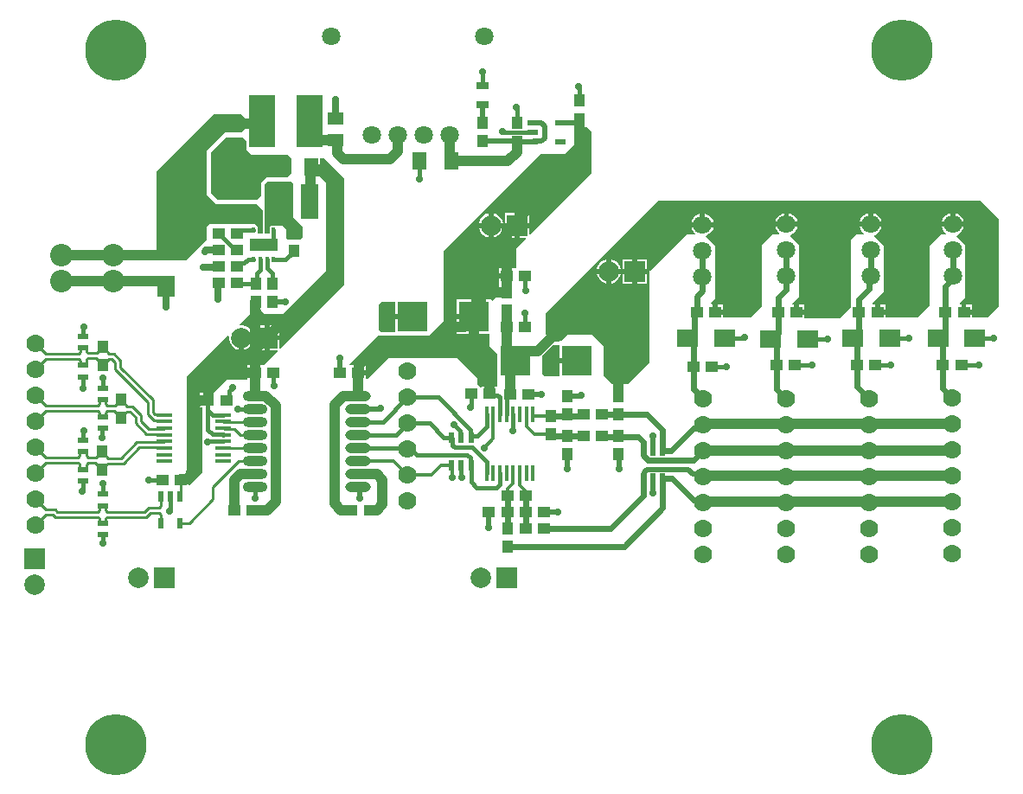
<source format=gtl>
G04*
G04 #@! TF.GenerationSoftware,Altium Limited,Altium Designer,23.0.1 (38)*
G04*
G04 Layer_Physical_Order=1*
G04 Layer_Color=255*
%FSLAX44Y44*%
%MOMM*%
G71*
G04*
G04 #@! TF.SameCoordinates,FF345AFA-0CE5-413A-8FAD-513570D1C1FC*
G04*
G04*
G04 #@! TF.FilePolarity,Positive*
G04*
G01*
G75*
%ADD10C,0.5000*%
%ADD12C,0.3000*%
%ADD13C,0.6000*%
%ADD67R,1.1500X1.1000*%
%ADD68O,2.5000X1.0000*%
%ADD69O,2.4000X1.0000*%
%ADD70R,1.1000X1.1500*%
%ADD71R,1.8000X3.4000*%
%ADD72R,1.0000X0.5800*%
%ADD73R,1.5000X0.4500*%
%ADD74R,0.6000X1.1000*%
%ADD75R,1.3500X1.8000*%
%ADD76R,2.7000X1.2500*%
%ADD77R,0.4000X0.5000*%
%ADD78R,1.8000X1.3500*%
%ADD79R,2.5000X5.1000*%
%ADD80R,2.1000X1.8000*%
%ADD81R,1.8000X2.1000*%
%ADD82R,0.6000X1.0000*%
%ADD83R,3.0000X3.0000*%
%ADD84R,0.4500X1.5000*%
%ADD85R,1.0500X0.6000*%
%ADD86R,1.5500X1.2000*%
%ADD87R,1.2000X0.8000*%
%ADD88C,0.2540*%
%ADD89C,0.4000*%
%ADD90C,1.0000*%
%ADD91C,0.7000*%
%ADD92C,1.8000*%
%ADD93C,0.3810*%
%ADD94R,2.0000X2.0000*%
%ADD95C,2.0000*%
%ADD96C,1.8000*%
%ADD97C,1.7780*%
%ADD98C,2.2000*%
%ADD99R,2.0000X2.0000*%
%ADD100C,6.0000*%
%ADD101C,0.7000*%
G36*
X258000Y645000D02*
X260000Y643000D01*
Y634000D01*
X265000Y629000D01*
X301000D01*
X304000Y626000D01*
Y611000D01*
X300000Y607000D01*
X280000D01*
X275000Y602000D01*
X275000Y589000D01*
X271000Y585000D01*
X232000D01*
X225250Y591750D01*
Y631250D01*
X240000Y646000D01*
X257000D01*
X258000Y645000D01*
D02*
G37*
G36*
X258250Y665750D02*
X258250Y654000D01*
X255250Y651000D01*
X239000D01*
X221000Y633000D01*
X221000Y590000D01*
X230500Y580500D01*
X270500D01*
X273000Y578000D01*
X276000Y575000D01*
Y552000D01*
X271000D01*
X271000Y559000D01*
X269000Y561000D01*
X224000D01*
X221000Y558000D01*
Y546000D01*
X201000Y526000D01*
X172500D01*
Y612750D01*
X228750Y669000D01*
X255000D01*
X258250Y665750D01*
D02*
G37*
G36*
X306000Y601000D02*
Y568000D01*
X315000Y559000D01*
Y548000D01*
X313000Y546000D01*
X301000D01*
X299000Y548000D01*
Y556000D01*
X295000Y560000D01*
X284000D01*
X283000Y559000D01*
Y552000D01*
X278000D01*
Y600000D01*
X281000Y603000D01*
X304000D01*
X306000Y601000D01*
D02*
G37*
G36*
X356000Y606000D02*
Y502000D01*
X293573Y439573D01*
X292400Y440059D01*
Y447500D01*
X282900D01*
Y438000D01*
X290341D01*
X290827Y436827D01*
X277649Y423649D01*
X276500Y423250D01*
Y423250D01*
X276500Y423250D01*
X271250D01*
Y415750D01*
X268750D01*
Y413250D01*
X261000D01*
Y409000D01*
X241000D01*
X228500Y396500D01*
X225000D01*
Y389000D01*
X222500D01*
Y386500D01*
X214750D01*
Y381500D01*
X217000D01*
Y318000D01*
X205000Y306000D01*
X203500D01*
Y308500D01*
X195750D01*
Y313500D01*
X203500D01*
Y318500D01*
X201159D01*
X200673Y319673D01*
X202000Y321000D01*
Y412000D01*
X241836Y451836D01*
X243000Y451204D01*
Y448420D01*
X243818Y445368D01*
X245398Y442632D01*
X247632Y440398D01*
X250368Y438818D01*
X252500Y438246D01*
Y450000D01*
X255000D01*
Y452500D01*
X266753D01*
X266182Y454632D01*
X264602Y457368D01*
X262368Y459602D01*
X259632Y461182D01*
X256580Y462000D01*
X253796D01*
X253164Y463164D01*
X264000Y474000D01*
Y477500D01*
X267000D01*
Y485250D01*
X272000D01*
Y477500D01*
X275000D01*
Y476000D01*
X278000Y473000D01*
X299000D01*
X338000Y512000D01*
Y602000D01*
X332500Y607500D01*
Y614750D01*
X323750D01*
Y619750D01*
X332500D01*
Y626000D01*
X336000D01*
X356000Y606000D01*
D02*
G37*
G36*
X588250Y656250D02*
X593250D01*
X593250Y656250D01*
Y656250D01*
X594293Y655707D01*
X598000Y652000D01*
Y611000D01*
X538173Y551173D01*
X537000Y551659D01*
Y557500D01*
X527500D01*
Y548000D01*
X533341D01*
X533827Y546827D01*
X524000Y537000D01*
Y518048D01*
X522750Y518000D01*
X522730Y518000D01*
X517500D01*
Y510500D01*
X515000D01*
Y508000D01*
X507250D01*
Y503416D01*
X507250Y503000D01*
X507500Y501834D01*
Y497000D01*
X515000D01*
Y492000D01*
X507500D01*
Y489000D01*
X504000D01*
X501173Y486173D01*
X500000Y486659D01*
Y487500D01*
X485500D01*
Y470500D01*
Y453500D01*
X498000D01*
Y442000D01*
X506000Y434000D01*
Y402500D01*
X500750D01*
Y395000D01*
X495750D01*
Y402500D01*
X490500D01*
Y402159D01*
X489327Y401673D01*
X486000Y405000D01*
Y411000D01*
X467000Y430000D01*
X399000D01*
X378520Y409520D01*
X377250Y410046D01*
Y413250D01*
X369500D01*
Y415750D01*
X367000D01*
Y423250D01*
X362046D01*
X361357Y424357D01*
X389000Y452000D01*
X439000Y452000D01*
X453000Y466000D01*
Y535000D01*
X548000Y630000D01*
X572000D01*
X581000Y639000D01*
Y656250D01*
X583250D01*
Y664000D01*
X588250D01*
Y656250D01*
D02*
G37*
G36*
X997000Y566000D02*
X997000Y481000D01*
X986000Y470000D01*
X970250Y470000D01*
Y472500D01*
X962500D01*
Y475000D01*
X960000D01*
Y482500D01*
X959159D01*
X958673Y483673D01*
X964000Y489000D01*
Y541000D01*
X955517Y549483D01*
X955846Y550709D01*
X955996Y550750D01*
X958504Y552198D01*
X960552Y554246D01*
X962000Y556754D01*
X962468Y558500D01*
X951750D01*
X941032D01*
X941500Y556754D01*
X942948Y554246D01*
X944924Y552270D01*
X944884Y551782D01*
X944675Y551000D01*
X940000Y551000D01*
X929000Y540000D01*
Y482000D01*
X917000Y470000D01*
X885750D01*
Y472500D01*
X878000D01*
Y475000D01*
X875500D01*
Y482500D01*
X873296D01*
X872770Y483770D01*
X884000Y495000D01*
Y540000D01*
X874623Y549377D01*
X874952Y550604D01*
X875496Y550750D01*
X878004Y552198D01*
X880052Y554246D01*
X881500Y556754D01*
X881968Y558500D01*
X871250D01*
X860532D01*
X861000Y556754D01*
X862448Y554246D01*
X864424Y552270D01*
X864385Y551782D01*
X864175Y551000D01*
X857000D01*
X852000Y546000D01*
Y480000D01*
X841000Y469000D01*
X806500D01*
Y472250D01*
X798750D01*
Y474750D01*
X796250D01*
Y482250D01*
X794909D01*
X794423Y483423D01*
X801000Y490000D01*
Y541000D01*
X792553Y549448D01*
X792881Y550674D01*
X793163Y550750D01*
X795671Y552198D01*
X797719Y554246D01*
X799167Y556754D01*
X799635Y558500D01*
X788917D01*
X778198D01*
X778666Y556754D01*
X780115Y554246D01*
X782090Y552270D01*
X782051Y551782D01*
X781842Y551000D01*
X775000D01*
X765000Y541000D01*
Y481000D01*
X754000Y470000D01*
X727000D01*
Y472750D01*
X719250D01*
Y475250D01*
X716750D01*
Y482750D01*
X715546D01*
X715020Y484020D01*
X719000Y488000D01*
X719000Y540000D01*
X709886Y549114D01*
X710215Y550340D01*
X710996Y550550D01*
X713504Y551998D01*
X715552Y554046D01*
X717000Y556554D01*
X717468Y558300D01*
X706750D01*
X696032D01*
X696500Y556554D01*
X697948Y554046D01*
X699724Y552270D01*
X699339Y551000D01*
X691000Y551000D01*
X656000Y516000D01*
X655000D01*
Y426000D01*
X634000Y405000D01*
X618000D01*
X610000Y413000D01*
Y442000D01*
X599000Y453000D01*
X574000D01*
X568000Y447000D01*
X560000D01*
X553000Y454000D01*
Y474000D01*
X663000Y584000D01*
X979000D01*
X997000Y566000D01*
D02*
G37*
G36*
X406000Y473000D02*
X423000D01*
Y468000D01*
X406000D01*
Y455500D01*
X392250D01*
X389750Y458000D01*
Y482250D01*
X393000Y485500D01*
X406000D01*
Y473000D01*
D02*
G37*
G36*
X566750Y430000D02*
X583750D01*
Y425000D01*
X566750D01*
Y412500D01*
X552250D01*
X550000Y414750D01*
Y432256D01*
X550117Y432346D01*
X560272Y442500D01*
X566750D01*
Y430000D01*
D02*
G37*
%LPC*%
G36*
X292400Y462000D02*
X282900D01*
Y452500D01*
X292400D01*
Y462000D01*
D02*
G37*
G36*
X277900D02*
X268400D01*
Y452500D01*
X277900D01*
Y462000D01*
D02*
G37*
G36*
X266754Y447500D02*
X257500D01*
Y438246D01*
X259632Y438818D01*
X262368Y440398D01*
X264602Y442632D01*
X266182Y445368D01*
X266754Y447500D01*
D02*
G37*
G36*
X277900D02*
X268400D01*
Y438000D01*
X277900D01*
Y447500D01*
D02*
G37*
G36*
X266250Y423250D02*
X261000D01*
Y418250D01*
X266250D01*
Y423250D01*
D02*
G37*
G36*
X220000Y396500D02*
X214750D01*
Y391500D01*
X220000D01*
Y396500D01*
D02*
G37*
G36*
X537000Y572000D02*
X527500D01*
Y562500D01*
X537000D01*
Y572000D01*
D02*
G37*
G36*
X502100Y571754D02*
Y562500D01*
X511353D01*
X510782Y564632D01*
X509202Y567368D01*
X506968Y569602D01*
X504232Y571182D01*
X502100Y571754D01*
D02*
G37*
G36*
X497100Y571753D02*
X494968Y571182D01*
X492232Y569602D01*
X489998Y567368D01*
X488418Y564632D01*
X487846Y562500D01*
X497100D01*
Y571753D01*
D02*
G37*
G36*
X522500Y572000D02*
X513000D01*
Y562500D01*
X522500D01*
Y572000D01*
D02*
G37*
G36*
X497100Y557500D02*
X487846D01*
X488418Y555368D01*
X489998Y552632D01*
X492232Y550398D01*
X494968Y548818D01*
X497100Y548247D01*
Y557500D01*
D02*
G37*
G36*
X511353D02*
X502100D01*
Y548246D01*
X504232Y548818D01*
X506968Y550398D01*
X509202Y552632D01*
X510782Y555368D01*
X511353Y557500D01*
D02*
G37*
G36*
X522500D02*
X513000D01*
Y548000D01*
X522500D01*
Y557500D01*
D02*
G37*
G36*
X512500Y518000D02*
X507250D01*
Y513000D01*
X512500D01*
Y518000D01*
D02*
G37*
G36*
X480500Y487500D02*
X466000D01*
Y473000D01*
X480500D01*
Y487500D01*
D02*
G37*
G36*
Y468000D02*
X466000D01*
Y453500D01*
X480500D01*
Y468000D01*
D02*
G37*
G36*
X377250Y423250D02*
X372000D01*
Y418250D01*
X377250D01*
Y423250D01*
D02*
G37*
G36*
X954250Y571718D02*
Y563500D01*
X962468D01*
X962000Y565246D01*
X960552Y567754D01*
X958504Y569802D01*
X955996Y571250D01*
X954250Y571718D01*
D02*
G37*
G36*
X791417D02*
Y563500D01*
X799635D01*
X799167Y565246D01*
X797719Y567754D01*
X795671Y569802D01*
X793163Y571250D01*
X791417Y571718D01*
D02*
G37*
G36*
X949250Y571718D02*
X947504Y571250D01*
X944996Y569802D01*
X942948Y567754D01*
X941500Y565246D01*
X941032Y563500D01*
X949250D01*
Y571718D01*
D02*
G37*
G36*
X786417D02*
X784671Y571250D01*
X782162Y569802D01*
X780115Y567754D01*
X778666Y565246D01*
X778198Y563500D01*
X786417D01*
Y571718D01*
D02*
G37*
G36*
X873750Y571718D02*
Y563500D01*
X881968D01*
X881500Y565246D01*
X880052Y567754D01*
X878004Y569802D01*
X875496Y571250D01*
X873750Y571718D01*
D02*
G37*
G36*
X868750Y571718D02*
X867004Y571250D01*
X864496Y569802D01*
X862448Y567754D01*
X861000Y565246D01*
X860532Y563500D01*
X868750D01*
Y571718D01*
D02*
G37*
G36*
X709250Y571518D02*
Y563300D01*
X717468D01*
X717000Y565046D01*
X715552Y567554D01*
X713504Y569602D01*
X710996Y571050D01*
X709250Y571518D01*
D02*
G37*
G36*
X704250Y571518D02*
X702504Y571050D01*
X699996Y569602D01*
X697948Y567554D01*
X696500Y565046D01*
X696032Y563300D01*
X704250D01*
Y571518D01*
D02*
G37*
G36*
X652400Y527000D02*
X642900D01*
Y517500D01*
X652400D01*
Y527000D01*
D02*
G37*
G36*
X617500Y526754D02*
Y517500D01*
X626753D01*
X626182Y519632D01*
X624602Y522368D01*
X622368Y524602D01*
X619632Y526182D01*
X617500Y526754D01*
D02*
G37*
G36*
X612500Y526754D02*
X610368Y526182D01*
X607632Y524602D01*
X605398Y522368D01*
X603818Y519632D01*
X603246Y517500D01*
X612500D01*
Y526754D01*
D02*
G37*
G36*
X637900Y527000D02*
X628400D01*
Y517500D01*
X637900D01*
Y527000D01*
D02*
G37*
G36*
X612500Y512500D02*
X603246D01*
X603818Y510368D01*
X605398Y507632D01*
X607632Y505398D01*
X610368Y503818D01*
X612500Y503247D01*
Y512500D01*
D02*
G37*
G36*
X626754D02*
X617500D01*
Y503246D01*
X619632Y503818D01*
X622368Y505398D01*
X624602Y507632D01*
X626182Y510368D01*
X626754Y512500D01*
D02*
G37*
G36*
X652400D02*
X642900D01*
Y503000D01*
X652400D01*
Y512500D01*
D02*
G37*
G36*
X637900D02*
X628400D01*
Y503000D01*
X637900D01*
Y512500D01*
D02*
G37*
G36*
X727000Y482750D02*
X721750D01*
Y477750D01*
X727000D01*
Y482750D01*
D02*
G37*
G36*
X970250Y482500D02*
X965000D01*
Y477500D01*
X970250D01*
Y482500D01*
D02*
G37*
G36*
X885750D02*
X880500D01*
Y477500D01*
X885750D01*
Y482500D01*
D02*
G37*
G36*
X806500Y482250D02*
X801250D01*
Y477250D01*
X806500D01*
Y482250D01*
D02*
G37*
%LPD*%
D10*
X298250Y485250D02*
X298500Y485500D01*
X285500Y485250D02*
X298250D01*
X549000Y394250D02*
X549250Y394500D01*
X536250Y394250D02*
X549000D01*
X574500Y393250D02*
X587500D01*
X587750Y393500D01*
X497250Y264250D02*
X497500Y264500D01*
Y279500D01*
X551750Y279500D02*
X565250D01*
X565250Y279500D01*
X574000Y321750D02*
X574250Y321500D01*
X574000Y321750D02*
Y335750D01*
X624750Y321500D02*
Y335250D01*
X624250Y335750D02*
X624750Y335250D01*
X658250Y339750D02*
Y353209D01*
X657750Y353709D02*
X658250Y353209D01*
X657750Y353709D02*
Y354250D01*
Y298291D02*
X658250Y298791D01*
Y312250D01*
X657750Y297750D02*
Y298291D01*
X351500Y415750D02*
Y429500D01*
X351750Y429750D01*
X390959Y381250D02*
X391500D01*
X369500Y380250D02*
X389959D01*
X390959Y381250D01*
X371185Y293065D02*
X371500Y292750D01*
X371185Y293065D02*
Y302365D01*
X369500Y304050D02*
X371185Y302365D01*
X491750Y678000D02*
X491750Y678000D01*
Y660750D02*
Y678000D01*
Y642750D02*
X525000D01*
X567250Y660750D02*
X582750D01*
X549071Y642250D02*
X552000Y645179D01*
X541250Y660250D02*
X549071D01*
X552000Y657321D01*
Y645179D02*
Y657321D01*
X541250Y642250D02*
X549071D01*
X540750Y660750D02*
X541250Y660250D01*
X540750Y641750D02*
X541250Y642250D01*
X526000Y641750D02*
X540750D01*
X525000Y642750D02*
X526000Y641750D01*
X704555Y316795D02*
X707000Y314350D01*
X697205Y316795D02*
X704555D01*
X652215Y321250D02*
X692750D01*
X649250Y312750D02*
Y318286D01*
X692750Y321250D02*
X697205Y316795D01*
X649250Y318286D02*
X652215Y321250D01*
X648750Y312250D02*
X649250Y312750D01*
D12*
X515750Y295500D02*
Y302500D01*
X520818Y307568D02*
Y316818D01*
X521250Y317250D01*
X515750Y302500D02*
X520818Y307568D01*
X533500Y295500D02*
Y300000D01*
X527750Y305750D02*
Y317250D01*
Y305750D02*
X533500Y300000D01*
X534250Y363250D02*
Y375250D01*
Y363250D02*
X542000Y355500D01*
X558250D01*
X540750Y374250D02*
X541500Y373500D01*
X558250D01*
X540750Y374250D02*
Y375250D01*
X461500Y313500D02*
Y324250D01*
X461000Y324750D02*
X461500Y324250D01*
X492750Y342000D02*
X501750Y351000D01*
Y375250D01*
X417750Y315400D02*
X441400D01*
X450750Y324750D02*
X461000D01*
X441400Y315400D02*
X450750Y324750D01*
X369500Y329450D02*
X403700D01*
X417750Y315400D01*
D13*
X951750Y510200D02*
Y535600D01*
X942000Y400305D02*
Y423000D01*
Y400305D02*
X951250Y391055D01*
Y390900D02*
Y391055D01*
X942000Y423000D02*
Y444500D01*
X937250Y449250D02*
X942000Y444500D01*
X937250Y449250D02*
X938500D01*
X944500Y455250D02*
Y475000D01*
X938500Y449250D02*
X944500Y455250D01*
Y475000D02*
Y500685D01*
X951750Y507935D02*
Y510200D01*
X944500Y500685D02*
X951750Y507935D01*
X858000Y402383D02*
X869833Y390550D01*
X858000Y402383D02*
Y423000D01*
X860000Y475000D02*
Y488000D01*
Y455250D02*
Y475000D01*
X858000Y423000D02*
Y445000D01*
X853750Y449250D02*
X858000Y445000D01*
X860000Y488000D02*
X869997Y497997D01*
X853750Y449250D02*
X854000D01*
X860000Y455250D01*
X869997Y508947D02*
X871250Y510200D01*
X869997Y497997D02*
Y508947D01*
X871250Y510200D02*
Y535600D01*
X779000Y399967D02*
Y423000D01*
Y399967D02*
X788417Y390550D01*
X779000Y423000D02*
Y443250D01*
X773500Y448750D02*
X779000Y443250D01*
X774750Y448750D02*
X780750Y454750D01*
X773500Y448750D02*
X774750D01*
X780750Y454750D02*
Y474750D01*
X781000Y475000D01*
Y489000D01*
X788830Y496830D01*
Y510114D02*
X788917Y510200D01*
X788830Y496830D02*
Y510114D01*
X788917Y510200D02*
Y535600D01*
X698000Y399955D02*
X707000Y390955D01*
X698000Y399955D02*
Y422000D01*
X707000Y390550D02*
Y390955D01*
X692250Y450000D02*
X698000Y444250D01*
Y422000D02*
Y444250D01*
X692761Y450000D02*
X698761Y456000D01*
X692250Y450000D02*
X692761D01*
X698761Y456000D02*
Y472761D01*
X701250Y475250D01*
X706750Y510000D02*
Y535400D01*
Y495750D02*
Y510000D01*
X701000Y475500D02*
X701250Y475250D01*
X701000Y475500D02*
Y490000D01*
X706750Y495750D01*
X667750Y339750D02*
Y359500D01*
X652000Y375250D02*
X667750Y359500D01*
X624500Y375250D02*
X652000D01*
X653386Y330250D02*
X697500D01*
X707000Y339750D01*
X648750D02*
Y348250D01*
Y334886D02*
Y339750D01*
X667750D02*
X676250D01*
X697675Y361175D01*
X703812Y365150D02*
X707000D01*
X699837Y361175D02*
X703812Y365150D01*
X697675Y361175D02*
X699837D01*
X648750Y334886D02*
X653386Y330250D01*
X677000Y312250D02*
X698046Y291204D01*
X667750Y312250D02*
X677000D01*
X698046Y291204D02*
X704746D01*
X707000Y288950D01*
X560000Y353750D02*
X590000D01*
X558250Y355500D02*
X560000Y353750D01*
X515750Y263500D02*
Y295250D01*
X515500Y295500D02*
X515750Y295250D01*
X533500Y263500D02*
Y295500D01*
X630000Y245500D02*
X667750Y283250D01*
X515750Y245500D02*
X630000D01*
X667750Y283250D02*
Y312250D01*
X551500Y263500D02*
X617000D01*
X648750Y295250D01*
Y312250D01*
X608485Y353265D02*
X643735D01*
X608000Y353750D02*
X608485Y353265D01*
X643735D02*
X648750Y348250D01*
X624500Y375250D02*
X624500Y375250D01*
X608500Y375250D02*
X608500Y375250D01*
X624500D01*
X558250Y373500D02*
X588750D01*
X590500Y375250D01*
D67*
X960000Y423000D02*
D03*
X942000D02*
D03*
X876000D02*
D03*
X858000D02*
D03*
X797000D02*
D03*
X779000D02*
D03*
X716000Y422000D02*
D03*
X698000D02*
D03*
X248500Y281250D02*
D03*
X266500D02*
D03*
X515000Y460500D02*
D03*
X533000D02*
D03*
X363000Y281000D02*
D03*
X381000D02*
D03*
X222500Y389000D02*
D03*
X240500D02*
D03*
X878000Y475000D02*
D03*
X860000D02*
D03*
X533750Y279500D02*
D03*
X551750D02*
D03*
X551500Y263500D02*
D03*
X533500D02*
D03*
X286750Y415750D02*
D03*
X268750D02*
D03*
X369500Y415750D02*
D03*
X351500D02*
D03*
X195750Y311000D02*
D03*
X177750D02*
D03*
X250750Y535750D02*
D03*
X232750D02*
D03*
Y552000D02*
D03*
X250750D02*
D03*
Y519500D02*
D03*
X232750D02*
D03*
Y503500D02*
D03*
X250750D02*
D03*
X962500Y475000D02*
D03*
X944500D02*
D03*
X798750Y474750D02*
D03*
X780750D02*
D03*
X719250Y475250D02*
D03*
X701250D02*
D03*
X515000Y510500D02*
D03*
X533000D02*
D03*
X518250Y394250D02*
D03*
X536250D02*
D03*
X497500Y279500D02*
D03*
X515500D02*
D03*
X515500Y295500D02*
D03*
X533500D02*
D03*
X498250Y395000D02*
D03*
X480250D02*
D03*
X608500Y375250D02*
D03*
X590500D02*
D03*
X608000Y353750D02*
D03*
X590000D02*
D03*
D68*
X369500Y329450D02*
D03*
Y342150D02*
D03*
Y304050D02*
D03*
Y316750D02*
D03*
Y380250D02*
D03*
Y392950D02*
D03*
Y354850D02*
D03*
Y367550D02*
D03*
D69*
X268500Y304050D02*
D03*
Y316750D02*
D03*
Y329450D02*
D03*
Y342150D02*
D03*
Y354850D02*
D03*
Y367550D02*
D03*
Y380250D02*
D03*
Y392950D02*
D03*
D70*
X269500Y485250D02*
D03*
Y503250D02*
D03*
X285500Y485250D02*
D03*
Y503250D02*
D03*
X306500Y535000D02*
D03*
Y553000D02*
D03*
X515000Y494500D02*
D03*
Y476500D02*
D03*
X624500Y375250D02*
D03*
Y393250D02*
D03*
X624250Y353750D02*
D03*
Y335750D02*
D03*
X120000Y441000D02*
D03*
Y423000D02*
D03*
X137500Y371500D02*
D03*
Y389500D02*
D03*
X515750Y245500D02*
D03*
Y263500D02*
D03*
X118750Y338750D02*
D03*
Y320750D02*
D03*
X574500Y393250D02*
D03*
Y375250D02*
D03*
X558250Y373500D02*
D03*
Y355500D02*
D03*
X574000Y353750D02*
D03*
Y335750D02*
D03*
X585750Y664000D02*
D03*
Y682000D02*
D03*
X491750Y660750D02*
D03*
Y642750D02*
D03*
X525000Y642000D02*
D03*
Y660000D02*
D03*
D71*
X321750Y583250D02*
D03*
X288750D02*
D03*
D72*
X100500Y349600D02*
D03*
Y338400D02*
D03*
X119250Y257400D02*
D03*
Y268600D02*
D03*
Y296850D02*
D03*
Y285650D02*
D03*
X100250Y309900D02*
D03*
Y321100D02*
D03*
X119250Y361150D02*
D03*
Y372350D02*
D03*
Y400850D02*
D03*
Y389650D02*
D03*
X100500Y411900D02*
D03*
Y423100D02*
D03*
Y451600D02*
D03*
Y440400D02*
D03*
D73*
X179750Y374500D02*
D03*
Y368000D02*
D03*
Y361500D02*
D03*
Y355000D02*
D03*
Y348500D02*
D03*
Y342000D02*
D03*
Y335500D02*
D03*
Y329000D02*
D03*
X237750Y374500D02*
D03*
Y368000D02*
D03*
Y361500D02*
D03*
Y355000D02*
D03*
Y348500D02*
D03*
Y342000D02*
D03*
Y335500D02*
D03*
Y329000D02*
D03*
D74*
X195000Y294250D02*
D03*
X185500D02*
D03*
X176000D02*
D03*
X195000Y268250D02*
D03*
X176000D02*
D03*
D75*
X292750Y617250D02*
D03*
X323750D02*
D03*
X429750Y623250D02*
D03*
X460750D02*
D03*
D76*
X277000Y541000D02*
D03*
D77*
X267250Y555000D02*
D03*
X273750D02*
D03*
X280250D02*
D03*
X286750D02*
D03*
X267250Y527000D02*
D03*
X273750D02*
D03*
X280250D02*
D03*
X286750D02*
D03*
D78*
X264500Y600750D02*
D03*
Y569750D02*
D03*
D79*
X275750Y662500D02*
D03*
X321750D02*
D03*
D80*
X973250Y449250D02*
D03*
X937250D02*
D03*
X889750Y449250D02*
D03*
X853750D02*
D03*
X809500Y448750D02*
D03*
X773500D02*
D03*
X728250Y450000D02*
D03*
X692250D02*
D03*
D81*
X181500Y536250D02*
D03*
Y500250D02*
D03*
D82*
X667750Y312250D02*
D03*
X658250Y312250D02*
D03*
X648750D02*
D03*
Y339750D02*
D03*
X658250D02*
D03*
X667750D02*
D03*
X461000Y352250D02*
D03*
X470500Y352250D02*
D03*
X480000D02*
D03*
Y324750D02*
D03*
X470500D02*
D03*
X461000D02*
D03*
D83*
X523750Y427500D02*
D03*
X583750D02*
D03*
X483000Y470500D02*
D03*
X423000D02*
D03*
D84*
X495250Y317250D02*
D03*
X501750D02*
D03*
X508250D02*
D03*
X514750D02*
D03*
X521250D02*
D03*
X527750D02*
D03*
X534250D02*
D03*
X540750D02*
D03*
X495250Y375250D02*
D03*
X501750D02*
D03*
X508250D02*
D03*
X514750D02*
D03*
X521250D02*
D03*
X527750D02*
D03*
X534250D02*
D03*
X540750D02*
D03*
D85*
X540750Y660750D02*
D03*
Y651250D02*
D03*
Y641750D02*
D03*
X567250D02*
D03*
Y660750D02*
D03*
D86*
X347000Y664500D02*
D03*
Y643500D02*
D03*
X250500Y638750D02*
D03*
Y659750D02*
D03*
D87*
X491750Y678000D02*
D03*
Y697000D02*
D03*
D88*
X102238Y338400D02*
X103868Y336770D01*
X111758Y327750D02*
X114278Y325230D01*
X103868Y322730D02*
Y326262D01*
X105356Y327750D02*
X111758D01*
X103868Y326262D02*
X105356Y327750D01*
X103868Y334278D02*
X105356Y332790D01*
X112798D01*
X114278Y334270D01*
X103868Y334278D02*
Y336770D01*
X114278Y334270D02*
X114520D01*
X118750Y338500D01*
Y338750D01*
X98400Y338400D02*
X102238D01*
X114278Y325230D02*
X114520D01*
X98814Y321100D02*
X102238D01*
X118750Y320750D02*
Y321000D01*
X102238Y321100D02*
X103868Y322730D01*
X114520Y325230D02*
X118750Y321000D01*
X114815Y279645D02*
X116303Y281133D01*
X63430Y276930D02*
X70605D01*
X116303Y281133D02*
Y284020D01*
X117933Y285650D01*
X72930Y274605D02*
X114815D01*
X70605Y276930D02*
X72930Y274605D01*
X116303Y270230D02*
Y273117D01*
X63430Y281970D02*
X72693D01*
X75018Y279645D02*
X114815D01*
X72693Y281970D02*
X75018Y279645D01*
X117933Y285650D02*
X119250D01*
X114815Y274605D02*
X116303Y273117D01*
X119250Y285650D02*
X120567D01*
X124230Y436008D02*
Y436770D01*
X125718Y429480D02*
X128270D01*
X131850Y418961D02*
X163460Y387351D01*
X131850Y418961D02*
Y425900D01*
X136890Y421049D02*
X168500Y389439D01*
X130358Y434520D02*
X136890Y427988D01*
X120000Y441000D02*
X124230Y436770D01*
X136890Y421049D02*
Y427988D01*
X125718Y434520D02*
X130358D01*
X128270Y429480D02*
X131850Y425900D01*
X124230Y427992D02*
X125718Y429480D01*
X124230Y427230D02*
Y427992D01*
X120000Y423000D02*
X124230Y427230D01*
Y436008D02*
X125718Y434520D01*
X113250Y429750D02*
X115520Y427480D01*
X102212Y440400D02*
X103842Y438770D01*
X115770Y427480D02*
X120000Y423250D01*
X115520Y427480D02*
X115770D01*
X113790Y434790D02*
X115520Y436520D01*
X103842Y436278D02*
Y438770D01*
X120000Y423000D02*
Y423250D01*
X103842Y436278D02*
X105330Y434790D01*
X99308Y440400D02*
X102212D01*
X105330Y434790D02*
X113790D01*
X115770Y436520D02*
X120000Y440750D01*
X99308Y423100D02*
X101692D01*
X103322Y424730D02*
Y428262D01*
X104810Y429750D02*
X113250D01*
X120000Y440750D02*
Y441000D01*
X115520Y436520D02*
X115770D01*
X103322Y428262D02*
X104810Y429750D01*
X204000Y268250D02*
X227500Y291750D01*
Y304000D02*
X252950Y329450D01*
X227500Y291750D02*
Y304000D01*
X252950Y329450D02*
X268500D01*
X195000Y268250D02*
X204000D01*
X195750Y295000D02*
Y311000D01*
X195000Y294250D02*
X195750Y295000D01*
X238200Y367550D02*
X268500D01*
X237750Y368000D02*
X238200Y367550D01*
X254150Y354850D02*
X268500D01*
X238730Y360520D02*
X248480D01*
X254150Y354850D01*
X237750Y361500D02*
X238730Y360520D01*
X237750Y342000D02*
X237900Y342150D01*
X268500D01*
X117933Y268600D02*
X119250D01*
X116303Y270230D02*
X117933Y268600D01*
X53250Y266750D02*
X63430Y276930D01*
X53250Y292150D02*
X63430Y281970D01*
X122197Y281133D02*
X123685Y279645D01*
X160122D01*
X120567Y285650D02*
X122197Y284020D01*
X164247Y283770D02*
X174512D01*
X160122Y279645D02*
X164247Y283770D01*
X174512D02*
X176000Y285258D01*
X166335Y278730D02*
X174512D01*
X162210Y274605D02*
X166335Y278730D01*
X123685Y274605D02*
X162210D01*
X176000Y268250D02*
Y277242D01*
X174512Y278730D02*
X176000Y277242D01*
X122197Y270230D02*
Y273117D01*
X123685Y274605D01*
X120567Y268600D02*
X122197Y270230D01*
X122197Y281133D02*
Y284020D01*
X119250Y268600D02*
X120567D01*
X176000Y285258D02*
Y294250D01*
X151780Y366342D02*
X162392Y355730D01*
X179020D01*
X151780Y366342D02*
Y372387D01*
X156820Y368430D02*
Y374475D01*
X164480Y360770D02*
X179020D01*
X156820Y368430D02*
X164480Y360770D01*
X148275Y383020D02*
X156820Y374475D01*
X146187Y377980D02*
X151780Y372387D01*
X179020Y360770D02*
X179750Y361500D01*
X169392Y368980D02*
X178770D01*
X163460Y374912D02*
X169392Y368980D01*
X178770D02*
X179750Y368000D01*
X168500Y377000D02*
X170718Y374782D01*
X179468D01*
X179750Y374500D01*
X168500Y377000D02*
Y389439D01*
X163460Y374912D02*
Y387351D01*
X153020Y347770D02*
X179020D01*
X124468Y332270D02*
X137520D01*
X153020Y347770D01*
X155108Y342730D02*
X179020D01*
X124468Y327230D02*
X139608D01*
X155108Y342730D01*
X97184Y322730D02*
X98814Y321100D01*
X95696Y327730D02*
X97184Y326242D01*
X63430Y327730D02*
X95696D01*
X97184Y322730D02*
Y326242D01*
X53250Y317550D02*
X63430Y327730D01*
X96770Y336770D02*
X98400Y338400D01*
X96770Y334310D02*
Y336770D01*
X95282Y332822D02*
X96770Y334310D01*
X83428Y332822D02*
X95282D01*
X83377Y332770D02*
X83428Y332822D01*
X53250Y342950D02*
X63430Y332770D01*
X83377D01*
X122980Y333758D02*
Y334520D01*
Y333758D02*
X124468Y332270D01*
X179020Y347770D02*
X179750Y348500D01*
X122980Y325742D02*
X124468Y327230D01*
X179020Y342730D02*
X179750Y342000D01*
X118750Y338750D02*
X122980Y334520D01*
Y324980D02*
Y325742D01*
X118750Y320750D02*
X122980Y324980D01*
X141730Y384508D02*
X143218Y383020D01*
X137500Y389500D02*
X141730Y385270D01*
Y384508D02*
Y385270D01*
X143218Y383020D02*
X148275D01*
X143218Y377980D02*
X146187D01*
X141730Y376492D02*
X143218Y377980D01*
X141730Y375730D02*
Y376492D01*
X137500Y371500D02*
X141730Y375730D01*
X137500Y371500D02*
Y371750D01*
X123560Y383520D02*
X131520D01*
X133020Y385020D02*
X133270D01*
X137500Y389250D02*
Y389500D01*
X131520Y383520D02*
X133020Y385020D01*
X133270D02*
X137500Y389250D01*
X122072Y385008D02*
Y388020D01*
X120442Y389650D02*
X122072Y388020D01*
Y385008D02*
X123560Y383520D01*
X119250Y389650D02*
X120442D01*
X116428Y388020D02*
X118058Y389650D01*
X119250D01*
X116428Y385008D02*
Y388020D01*
X114940Y383520D02*
X116428Y385008D01*
X75018Y383520D02*
X114940D01*
X63430Y383570D02*
X74968D01*
X53250Y393750D02*
X63430Y383570D01*
X74968D02*
X75018Y383520D01*
X133020Y375980D02*
X133270D01*
X130520Y378480D02*
X133020Y375980D01*
X123560Y378480D02*
X130520D01*
X122072Y376992D02*
X123560Y378480D01*
X122072Y373980D02*
Y376992D01*
X133270Y375980D02*
X137500Y371750D01*
X120442Y372350D02*
X122072Y373980D01*
X116428D02*
Y376992D01*
X114940Y378480D02*
X116428Y376992D01*
Y373980D02*
X118058Y372350D01*
X72880Y378530D02*
X72930Y378480D01*
X63430Y378530D02*
X72880D01*
X72930Y378480D02*
X114940D01*
X118058Y372350D02*
X119250D01*
X120442D01*
X53250Y368350D02*
X63430Y378530D01*
X179020Y355730D02*
X179750Y355000D01*
X97678Y438770D02*
X99308Y440400D01*
X97678Y435758D02*
Y438770D01*
X96190Y434270D02*
X97678Y435758D01*
X75018Y434270D02*
X96190D01*
X63430Y434370D02*
X74918D01*
X53250Y444550D02*
X63430Y434370D01*
X74918D02*
X75018Y434270D01*
X97678Y424730D02*
Y427742D01*
X96190Y429230D02*
X97678Y427742D01*
Y424730D02*
X99308Y423100D01*
X72830Y429330D02*
X72930Y429230D01*
X63430Y429330D02*
X72830D01*
X72930Y429230D02*
X96190D01*
X101692Y423100D02*
X103322Y424730D01*
X53250Y419150D02*
X63430Y429330D01*
D89*
X960000Y423000D02*
X977000D01*
X977000Y423000D01*
X891000Y423000D02*
X891000Y423000D01*
X876000Y423000D02*
X891000D01*
X797000D02*
X797000Y423000D01*
X814000D01*
X716000Y422000D02*
X730000D01*
X730000Y422000D01*
X270500Y504250D02*
Y513500D01*
X273750Y516750D02*
Y527000D01*
X270500Y513500D02*
X273750Y516750D01*
X100375Y451725D02*
Y459563D01*
X101000Y460188D01*
Y461000D01*
X100375Y451725D02*
X100500Y451600D01*
X120000Y410188D02*
Y411000D01*
X119375Y400975D02*
Y409563D01*
X120000Y410188D01*
X119250Y400850D02*
X119375Y400975D01*
X119125Y352125D02*
Y361025D01*
X119000Y352000D02*
X119125Y352125D01*
Y361025D02*
X119250Y361150D01*
X100278Y349822D02*
X100500Y349600D01*
X100278Y357466D02*
X101000Y358188D01*
X100278Y349822D02*
Y357466D01*
X101000Y358188D02*
Y359000D01*
X119625Y306625D02*
X120000Y307000D01*
X119625Y297225D02*
Y306625D01*
X119250Y296850D02*
X119625Y297225D01*
X100125Y301937D02*
Y309000D01*
X99000Y300812D02*
X100125Y301937D01*
X100250Y309125D02*
Y309900D01*
X100125Y309000D02*
X100250Y309125D01*
X99000Y300000D02*
Y300812D01*
X277000Y541000D02*
X282500D01*
X286750Y545250D02*
Y555000D01*
X282500Y541000D02*
X286750Y545250D01*
X277000Y541000D02*
X277101D01*
X533000Y496500D02*
X533250Y496250D01*
X533000Y496500D02*
Y510500D01*
X532750Y474000D02*
X533000Y473750D01*
Y460500D02*
Y473750D01*
X585000Y694938D02*
Y695750D01*
X585750Y682000D02*
Y694188D01*
X585000Y694938D02*
X585750Y694188D01*
X511500Y651250D02*
X540750D01*
X511000Y651750D02*
X511500Y651250D01*
X524000Y674438D02*
X525000Y673438D01*
Y660500D02*
Y673438D01*
X524000Y674438D02*
Y675250D01*
X491750Y697000D02*
Y710000D01*
X491250Y710500D02*
X491750Y710000D01*
X429750Y606250D02*
Y623250D01*
X429250Y605750D02*
X429750Y606250D01*
X991250Y449250D02*
X991500Y449500D01*
X973250Y449250D02*
X991250D01*
X889750Y449250D02*
X908500D01*
X829000Y448750D02*
X829250Y448500D01*
X809500Y448750D02*
X829000D01*
X747250Y450000D02*
X747500Y450250D01*
X728250Y450000D02*
X747250D01*
X470500Y314812D02*
X471250Y314062D01*
Y313250D02*
Y314062D01*
X470500Y314812D02*
Y324750D01*
X480250Y383812D02*
Y395000D01*
X479250Y382812D02*
X480250Y383812D01*
X479250Y382000D02*
Y382812D01*
X463250Y365250D02*
X469500Y359000D01*
Y353250D02*
X470500Y352250D01*
X469500Y353250D02*
Y359000D01*
X521000Y359250D02*
X521250Y359500D01*
Y375250D01*
X222500Y348000D02*
X223000Y348500D01*
X237750D01*
X286750Y403500D02*
Y415750D01*
Y403500D02*
X287250Y403000D01*
X251750Y380250D02*
X268500D01*
X251500Y380500D02*
X251750Y380250D01*
X246500Y400688D02*
Y401500D01*
X243578Y392079D02*
Y397767D01*
X246500Y400688D01*
X240500Y389000D02*
X243578Y392079D01*
X268728Y293272D02*
X268750Y293250D01*
X268500Y304050D02*
X268728Y303822D01*
Y293272D02*
Y303822D01*
X100000Y400750D02*
X100500Y401250D01*
Y411900D01*
X119250Y248750D02*
Y257400D01*
X185500Y280750D02*
Y294250D01*
X185250Y280500D02*
X185500Y280750D01*
X164500Y311000D02*
X177750D01*
X302750Y531250D02*
X303000D01*
X306500Y534750D02*
Y535000D01*
X286750Y527000D02*
X298500D01*
X302750Y531250D01*
X303000D02*
X306500Y534750D01*
X280250Y518000D02*
X285500Y512750D01*
Y503250D02*
Y512750D01*
X280250Y518000D02*
Y527000D01*
X251000Y503250D02*
X269500D01*
X250750Y503500D02*
X251000Y503250D01*
X269500D02*
X270500Y504250D01*
X254250Y523000D02*
X257500D01*
X250750Y519500D02*
X254250Y523000D01*
X261500Y527000D02*
X267250D01*
X257500Y523000D02*
X261500Y527000D01*
X253750Y555000D02*
X267250D01*
X250750Y552000D02*
X253750Y555000D01*
X236500Y548250D02*
Y548500D01*
Y548250D02*
X245500Y539250D01*
X247250D01*
X250750Y535750D01*
X232750Y552000D02*
X233000D01*
X236500Y548500D01*
X222500Y360000D02*
Y379000D01*
X227250Y355250D02*
X237500D01*
X222500Y360000D02*
X227250Y355250D01*
X237500D02*
X237750Y355000D01*
X222500Y379000D02*
X227000Y374500D01*
X222500Y379000D02*
Y389000D01*
X227000Y374500D02*
X237750D01*
X499250Y394000D02*
X505907D01*
X508250Y375250D02*
Y391657D01*
X505907Y394000D02*
X508250Y391657D01*
X498250Y395000D02*
X499250Y394000D01*
X514750Y390750D02*
X518250Y394250D01*
X514750Y375250D02*
Y390750D01*
D90*
X369750Y415750D02*
X370250Y416250D01*
Y423250D02*
X388000Y441000D01*
X370250Y416250D02*
Y423250D01*
X369500Y415750D02*
X369750D01*
X388000Y441000D02*
X442000D01*
X269000Y416000D02*
Y439000D01*
Y484750D01*
Y439000D02*
X343000Y513000D01*
Y604000D01*
X333750Y613250D02*
X343000Y604000D01*
X323750Y615000D02*
Y617250D01*
Y615000D02*
X325500Y613250D01*
X333750D01*
X177900Y505350D02*
X180750Y502500D01*
X545482Y436982D02*
X563875Y455375D01*
X533232Y436982D02*
X545482D01*
X523750Y427500D02*
X533232Y436982D01*
X515000Y436250D02*
X523750Y427500D01*
X624500Y393250D02*
Y412000D01*
X208000Y317358D02*
Y382642D01*
X195750Y311000D02*
X196250Y311500D01*
X202142D01*
X208000Y317358D01*
X213858Y388500D02*
X222000D01*
X208000Y382642D02*
X213858Y388500D01*
X222000D02*
X222500Y389000D01*
X322929Y584429D02*
Y616429D01*
X321750Y583250D02*
X322929Y584429D01*
Y616429D02*
X323750Y617250D01*
X459550Y624450D02*
Y648250D01*
Y624450D02*
X460750Y623250D01*
X515000Y494500D02*
Y555000D01*
X585750Y625750D01*
X442000Y441000D02*
X461643Y460643D01*
X473143D01*
X483000Y470500D01*
Y466358D02*
Y470500D01*
Y432500D02*
Y466358D01*
X269000Y484750D02*
X269500Y485250D01*
X268750Y392950D02*
Y415750D01*
X269000Y416000D01*
X240250Y415750D02*
X268750D01*
X223250Y398750D02*
X240250Y415750D01*
X223250Y389500D02*
Y398750D01*
X222500Y389000D02*
X222750D01*
X223250Y389500D01*
X268750Y392950D02*
X279063D01*
X268500D02*
X268750D01*
X362500Y281500D02*
X363000Y281000D01*
X352750Y281500D02*
X362500D01*
X346250Y288000D02*
Y384500D01*
Y288000D02*
X352750Y281500D01*
X346250Y384500D02*
X354700Y392950D01*
X369500D01*
X280250Y281250D02*
X288750Y289750D01*
X266500Y281250D02*
X280250D01*
X288750Y289750D02*
Y383264D01*
X279063Y392950D02*
X288750Y383264D01*
X381000Y281000D02*
X381500Y281500D01*
X393500Y287358D02*
Y310892D01*
X381500Y281500D02*
X387642D01*
X393500Y287358D01*
X369500Y316750D02*
X387642D01*
X393500Y310892D01*
X248500D02*
X254358Y316750D01*
X268500D01*
X248500Y281250D02*
Y310892D01*
X369500Y392950D02*
Y415750D01*
X369500Y415750D02*
X369500Y415750D01*
X518250Y422000D02*
X523750Y427500D01*
X518250Y394250D02*
Y422000D01*
X515000Y436250D02*
Y460500D01*
X495000Y494500D02*
X515000D01*
X515000Y460500D02*
X515000Y460500D01*
Y476500D01*
X483000Y432500D02*
X498250Y417250D01*
Y395000D02*
Y417250D01*
X483000Y470500D02*
X489500Y477000D01*
Y489000D01*
X495000Y494500D01*
X585750Y625750D02*
Y664000D01*
X516000Y623000D02*
X525000Y632000D01*
Y642750D01*
X462500Y623000D02*
X516000D01*
X462340Y623160D02*
X462500Y623000D01*
X349321Y630858D02*
X355179Y625000D01*
X349321Y630858D02*
Y642500D01*
X355179Y625000D02*
X401000D01*
X348321Y643500D02*
X349321Y642500D01*
X329250Y643500D02*
X348321D01*
X401000Y625000D02*
X408750Y632750D01*
Y648250D01*
X250500Y659750D02*
X273000D01*
X275750Y662500D01*
X321750Y651000D02*
Y662500D01*
Y651000D02*
X329250Y643500D01*
X79250Y530750D02*
X177500D01*
X180750Y534000D01*
Y534500D01*
X130050Y505350D02*
X177900D01*
X79250D02*
X130050D01*
X869833Y314700D02*
X951250D01*
X788417D02*
X869833D01*
X707350D02*
X788417D01*
X707350Y365500D02*
X951250D01*
X707000Y365150D02*
X707350Y365500D01*
X788417Y339750D02*
X950900D01*
X707000D02*
X788417D01*
X950900D02*
X951250Y340100D01*
X707000Y314350D02*
X707350Y314700D01*
Y289300D02*
X951250D01*
X707000Y288950D02*
X707350Y289300D01*
D91*
X347000Y664500D02*
Y683000D01*
X347000Y683000D02*
X347000Y683000D01*
X232700Y535700D02*
X232750Y535750D01*
X220700Y535700D02*
X232700D01*
X219250Y534250D02*
X220700Y535700D01*
X218250Y519000D02*
X232250D01*
X232750Y519500D01*
X232500Y488000D02*
Y503250D01*
X232750Y503500D01*
X181500Y480000D02*
Y500250D01*
D92*
X563875Y455375D02*
X570875Y462375D01*
X601625D01*
X624500Y439500D01*
Y412000D02*
Y439500D01*
D93*
X476500Y335250D02*
X479269Y332481D01*
Y325481D02*
X480000Y324750D01*
X479269Y325481D02*
Y332481D01*
X426967Y335250D02*
X476500D01*
X421417Y340800D02*
X426967Y335250D01*
X417750Y340800D02*
X421417D01*
X461000Y352250D02*
X462095Y351155D01*
X464327Y342750D02*
X481250D01*
X462095Y344982D02*
X464327Y342750D01*
X481250D02*
X495250Y328750D01*
X462095Y344982D02*
Y351155D01*
X495250Y317250D02*
Y328750D01*
X508250Y306250D02*
Y317250D01*
X505000Y303000D02*
X508250Y306250D01*
X485750Y303000D02*
X505000D01*
X480000Y308750D02*
Y324750D01*
Y308750D02*
X485750Y303000D01*
X453500Y352250D02*
X461000D01*
X439550Y366200D02*
X453500Y352250D01*
X417750Y366200D02*
X439550D01*
X495250Y363000D02*
Y375250D01*
X486481Y354231D02*
X495250Y363000D01*
X481095Y354231D02*
X486481D01*
X480000Y352250D02*
Y353136D01*
X481095Y354231D01*
X417750Y391600D02*
X433164D01*
X448150Y391600D02*
X479519Y360231D01*
X433164Y391600D02*
X433164Y391600D01*
X448150D01*
X479519Y352731D02*
Y360231D01*
X416400Y342150D02*
X417750Y340800D01*
X369500Y342150D02*
X416400D01*
X369500Y354850D02*
X406400D01*
X417750Y366200D01*
X369500Y367550D02*
X393700D01*
X417750Y391600D01*
D94*
X640400Y515000D02*
D03*
X525000Y560000D02*
D03*
X280400Y450000D02*
D03*
X515400Y215000D02*
D03*
X180000D02*
D03*
D95*
X615000Y515000D02*
D03*
X499600Y560000D02*
D03*
X255000Y450000D02*
D03*
X490000Y215000D02*
D03*
X154600D02*
D03*
X52750Y208000D02*
D03*
D96*
X706750Y560800D02*
D03*
Y535400D02*
D03*
Y510000D02*
D03*
X383350Y648250D02*
D03*
X408750D02*
D03*
X434150D02*
D03*
X459550D02*
D03*
X871250Y510200D02*
D03*
Y535600D02*
D03*
Y561000D02*
D03*
X951750Y510200D02*
D03*
Y535600D02*
D03*
Y561000D02*
D03*
X788917Y510200D02*
D03*
Y535600D02*
D03*
Y561000D02*
D03*
X493000Y745000D02*
D03*
X343000D02*
D03*
D97*
X951250Y238500D02*
D03*
Y365500D02*
D03*
Y390900D02*
D03*
Y340100D02*
D03*
Y314700D02*
D03*
Y289300D02*
D03*
Y263900D02*
D03*
X53250Y317550D02*
D03*
Y342950D02*
D03*
Y368350D02*
D03*
Y393750D02*
D03*
Y444550D02*
D03*
Y419150D02*
D03*
Y292150D02*
D03*
Y266750D02*
D03*
X869833Y238150D02*
D03*
Y365150D02*
D03*
Y390550D02*
D03*
Y339750D02*
D03*
Y314350D02*
D03*
Y288950D02*
D03*
Y263550D02*
D03*
X788417Y238150D02*
D03*
Y365150D02*
D03*
Y390550D02*
D03*
Y339750D02*
D03*
Y314350D02*
D03*
Y288950D02*
D03*
Y263550D02*
D03*
X707000Y238150D02*
D03*
Y365150D02*
D03*
Y390550D02*
D03*
Y339750D02*
D03*
Y314350D02*
D03*
Y288950D02*
D03*
Y263550D02*
D03*
X417750Y391600D02*
D03*
Y417000D02*
D03*
Y366200D02*
D03*
Y340800D02*
D03*
Y315400D02*
D03*
Y290000D02*
D03*
D98*
X79250Y505350D02*
D03*
X130050D02*
D03*
X79250Y530750D02*
D03*
X130050D02*
D03*
D99*
X52750Y233400D02*
D03*
D100*
X131950Y51900D02*
D03*
X901850D02*
D03*
Y731900D02*
D03*
X131950D02*
D03*
D101*
X977000Y423000D02*
D03*
X891000D02*
D03*
X814000D02*
D03*
X730000Y422000D02*
D03*
X101000Y461000D02*
D03*
X120000Y411000D02*
D03*
X119000Y352000D02*
D03*
X101000Y359000D02*
D03*
X120000Y307000D02*
D03*
X99000Y300000D02*
D03*
X246000Y572000D02*
D03*
X347000Y683000D02*
D03*
X239750Y632500D02*
D03*
Y588750D02*
D03*
X248500D02*
D03*
X239750Y597500D02*
D03*
X231000D02*
D03*
X248500D02*
D03*
X239750Y606250D02*
D03*
X231000D02*
D03*
X248500D02*
D03*
X274750Y623750D02*
D03*
Y615000D02*
D03*
X266000Y623750D02*
D03*
Y615000D02*
D03*
X257250Y623750D02*
D03*
Y615000D02*
D03*
X248500Y623750D02*
D03*
Y615000D02*
D03*
X231000D02*
D03*
X239750D02*
D03*
Y623750D02*
D03*
X231000D02*
D03*
X298500Y485500D02*
D03*
X267500Y541000D02*
D03*
X286750D02*
D03*
X277000D02*
D03*
X219250Y534250D02*
D03*
X218250Y519000D02*
D03*
X232500Y488000D02*
D03*
X181500Y480000D02*
D03*
X533250Y496250D02*
D03*
X532750Y474000D02*
D03*
X585000Y695750D02*
D03*
X511000Y651750D02*
D03*
X524000Y675250D02*
D03*
X491250Y710500D02*
D03*
X429250Y605750D02*
D03*
X991500Y449500D02*
D03*
X908500Y449250D02*
D03*
X829250Y448500D02*
D03*
X747500Y450250D02*
D03*
X471250Y313250D02*
D03*
X479250Y382000D02*
D03*
X463250Y365250D02*
D03*
X521000Y359250D02*
D03*
X549250Y394500D02*
D03*
X554250Y429750D02*
D03*
X563000D02*
D03*
Y421000D02*
D03*
X554250D02*
D03*
X587750Y393500D02*
D03*
X497250Y264250D02*
D03*
X565250Y279500D02*
D03*
X574250Y321500D02*
D03*
X624750D02*
D03*
X657750Y354250D02*
D03*
Y297750D02*
D03*
X393250Y479250D02*
D03*
Y470500D02*
D03*
Y461750D02*
D03*
X402000D02*
D03*
Y470500D02*
D03*
Y479250D02*
D03*
X351750Y429750D02*
D03*
X391500Y381250D02*
D03*
X371500Y292750D02*
D03*
X222500Y348000D02*
D03*
X287250Y403000D02*
D03*
X251500Y380500D02*
D03*
X246500Y401500D02*
D03*
X268750Y293250D02*
D03*
X100000Y400750D02*
D03*
X119250Y248750D02*
D03*
X185250Y280500D02*
D03*
X164500Y311000D02*
D03*
X492750Y342000D02*
D03*
X461500Y313500D02*
D03*
M02*

</source>
